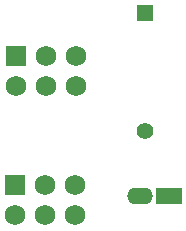
<source format=gbs>
G04 Layer_Color=16711935*
%FSLAX44Y44*%
%MOMM*%
G71*
G01*
G75*
%ADD18R,1.4032X1.4032*%
%ADD19C,1.4032*%
%ADD20C,1.7272*%
%ADD21R,1.7272X1.7272*%
%ADD22O,2.2032X1.4032*%
%ADD23R,2.2032X1.4032*%
D18*
X195580Y260020D02*
D03*
D19*
Y160020D02*
D03*
D20*
X86360Y198120D02*
D03*
X111760D02*
D03*
X137160D02*
D03*
X111760Y223520D02*
D03*
X137160D02*
D03*
X85090Y88900D02*
D03*
X110490D02*
D03*
X135890D02*
D03*
X110490Y114300D02*
D03*
X135890D02*
D03*
D21*
X86360Y223520D02*
D03*
X85090Y114300D02*
D03*
D22*
X190900Y105410D02*
D03*
D23*
X215900D02*
D03*
M02*

</source>
